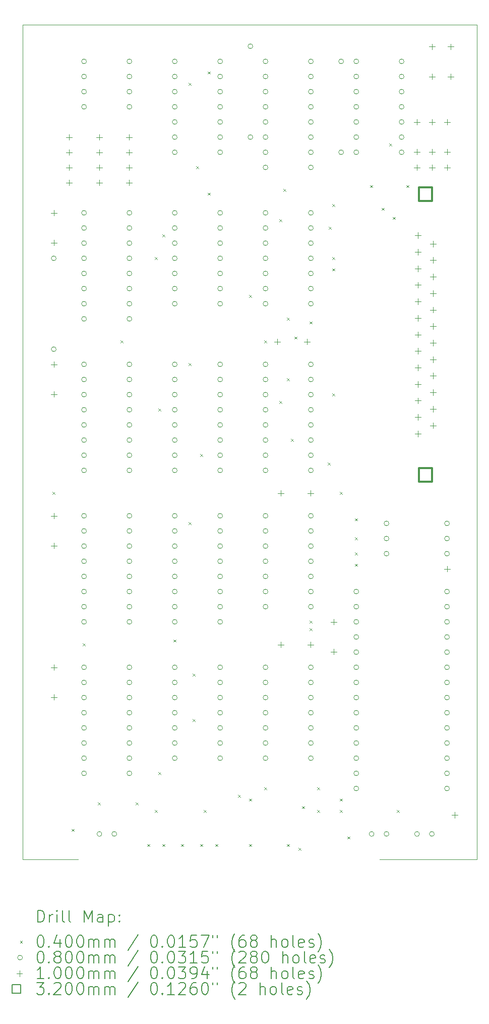
<source format=gbr>
%FSLAX45Y45*%
G04 Gerber Fmt 4.5, Leading zero omitted, Abs format (unit mm)*
G04 Created by KiCad (PCBNEW (6.0.0)) date 2022-03-13 20:59:27*
%MOMM*%
%LPD*%
G01*
G04 APERTURE LIST*
%TA.AperFunction,Profile*%
%ADD10C,0.100000*%
%TD*%
%ADD11C,0.200000*%
%ADD12C,0.040000*%
%ADD13C,0.080000*%
%ADD14C,0.100000*%
%ADD15C,0.320000*%
G04 APERTURE END LIST*
D10*
X8663000Y-16743500D02*
X7733000Y-16743500D01*
X7733000Y-2752500D02*
X15363000Y-2752500D01*
X15363000Y-16743500D02*
X13728000Y-16743500D01*
X15363000Y-16743500D02*
X15363000Y-2752500D01*
X7733000Y-16743500D02*
X7733000Y-2752500D01*
D11*
D12*
X8235000Y-10584500D02*
X8275000Y-10624500D01*
X8275000Y-10584500D02*
X8235000Y-10624500D01*
X8552500Y-16236000D02*
X8592500Y-16276000D01*
X8592500Y-16236000D02*
X8552500Y-16276000D01*
X8743000Y-13124500D02*
X8783000Y-13164500D01*
X8783000Y-13124500D02*
X8743000Y-13164500D01*
X8997000Y-15791500D02*
X9037000Y-15831500D01*
X9037000Y-15791500D02*
X8997000Y-15831500D01*
X9378000Y-8044500D02*
X9418000Y-8084500D01*
X9418000Y-8044500D02*
X9378000Y-8084500D01*
X9632000Y-15791500D02*
X9672000Y-15831500D01*
X9672000Y-15791500D02*
X9632000Y-15831500D01*
X9822500Y-16490000D02*
X9862500Y-16530000D01*
X9862500Y-16490000D02*
X9822500Y-16530000D01*
X9949500Y-6647500D02*
X9989500Y-6687500D01*
X9989500Y-6647500D02*
X9949500Y-6687500D01*
X9949500Y-15918500D02*
X9989500Y-15958500D01*
X9989500Y-15918500D02*
X9949500Y-15958500D01*
X10013000Y-9187500D02*
X10053000Y-9227500D01*
X10053000Y-9187500D02*
X10013000Y-9227500D01*
X10013000Y-15283500D02*
X10053000Y-15323500D01*
X10053000Y-15283500D02*
X10013000Y-15323500D01*
X10076500Y-6266500D02*
X10116500Y-6306500D01*
X10116500Y-6266500D02*
X10076500Y-6306500D01*
X10076500Y-16490000D02*
X10116500Y-16530000D01*
X10116500Y-16490000D02*
X10076500Y-16530000D01*
X10267000Y-13061000D02*
X10307000Y-13101000D01*
X10307000Y-13061000D02*
X10267000Y-13101000D01*
X10394000Y-16490000D02*
X10434000Y-16530000D01*
X10434000Y-16490000D02*
X10394000Y-16530000D01*
X10521000Y-3726500D02*
X10561000Y-3766500D01*
X10561000Y-3726500D02*
X10521000Y-3766500D01*
X10521000Y-8425500D02*
X10561000Y-8465500D01*
X10561000Y-8425500D02*
X10521000Y-8465500D01*
X10521000Y-11092500D02*
X10561000Y-11132500D01*
X10561000Y-11092500D02*
X10521000Y-11132500D01*
X10584500Y-13632500D02*
X10624500Y-13672500D01*
X10624500Y-13632500D02*
X10584500Y-13672500D01*
X10584500Y-14394500D02*
X10624500Y-14434500D01*
X10624500Y-14394500D02*
X10584500Y-14434500D01*
X10648000Y-5123500D02*
X10688000Y-5163500D01*
X10688000Y-5123500D02*
X10648000Y-5163500D01*
X10711500Y-9949500D02*
X10751500Y-9989500D01*
X10751500Y-9949500D02*
X10711500Y-9989500D01*
X10711500Y-16490000D02*
X10751500Y-16530000D01*
X10751500Y-16490000D02*
X10711500Y-16530000D01*
X10775000Y-15918500D02*
X10815000Y-15958500D01*
X10815000Y-15918500D02*
X10775000Y-15958500D01*
X10838500Y-3536000D02*
X10878500Y-3576000D01*
X10878500Y-3536000D02*
X10838500Y-3576000D01*
X10838500Y-5568000D02*
X10878500Y-5608000D01*
X10878500Y-5568000D02*
X10838500Y-5608000D01*
X10965500Y-16490000D02*
X11005500Y-16530000D01*
X11005500Y-16490000D02*
X10965500Y-16530000D01*
X11346500Y-15664500D02*
X11386500Y-15704500D01*
X11386500Y-15664500D02*
X11346500Y-15704500D01*
X11537000Y-7282500D02*
X11577000Y-7322500D01*
X11577000Y-7282500D02*
X11537000Y-7322500D01*
X11537000Y-15728000D02*
X11577000Y-15768000D01*
X11577000Y-15728000D02*
X11537000Y-15768000D01*
X11537000Y-16490000D02*
X11577000Y-16530000D01*
X11577000Y-16490000D02*
X11537000Y-16530000D01*
X11791000Y-8044500D02*
X11831000Y-8084500D01*
X11831000Y-8044500D02*
X11791000Y-8084500D01*
X11791000Y-15537500D02*
X11831000Y-15577500D01*
X11831000Y-15537500D02*
X11791000Y-15577500D01*
X12045000Y-6012500D02*
X12085000Y-6052500D01*
X12085000Y-6012500D02*
X12045000Y-6052500D01*
X12045000Y-9060500D02*
X12085000Y-9100500D01*
X12085000Y-9060500D02*
X12045000Y-9100500D01*
X12108500Y-5504500D02*
X12148500Y-5544500D01*
X12148500Y-5504500D02*
X12108500Y-5544500D01*
X12172000Y-7663500D02*
X12212000Y-7703500D01*
X12212000Y-7663500D02*
X12172000Y-7703500D01*
X12172000Y-8679500D02*
X12212000Y-8719500D01*
X12212000Y-8679500D02*
X12172000Y-8719500D01*
X12172000Y-16490000D02*
X12212000Y-16530000D01*
X12212000Y-16490000D02*
X12172000Y-16530000D01*
X12235500Y-9695500D02*
X12275500Y-9735500D01*
X12275500Y-9695500D02*
X12235500Y-9735500D01*
X12299000Y-7981000D02*
X12339000Y-8021000D01*
X12339000Y-7981000D02*
X12299000Y-8021000D01*
X12362500Y-16553500D02*
X12402500Y-16593500D01*
X12402500Y-16553500D02*
X12362500Y-16593500D01*
X12426000Y-15855000D02*
X12466000Y-15895000D01*
X12466000Y-15855000D02*
X12426000Y-15895000D01*
X12553000Y-7727000D02*
X12593000Y-7767000D01*
X12593000Y-7727000D02*
X12553000Y-7767000D01*
X12553000Y-12743500D02*
X12593000Y-12783500D01*
X12593000Y-12743500D02*
X12553000Y-12783500D01*
X12553000Y-12870500D02*
X12593000Y-12910500D01*
X12593000Y-12870500D02*
X12553000Y-12910500D01*
X12680000Y-15537500D02*
X12720000Y-15577500D01*
X12720000Y-15537500D02*
X12680000Y-15577500D01*
X12680000Y-15918500D02*
X12720000Y-15958500D01*
X12720000Y-15918500D02*
X12680000Y-15958500D01*
X12855951Y-10091049D02*
X12895951Y-10131049D01*
X12895951Y-10091049D02*
X12855951Y-10131049D01*
X12870500Y-6139500D02*
X12910500Y-6179500D01*
X12910500Y-6139500D02*
X12870500Y-6179500D01*
X12934000Y-5758500D02*
X12974000Y-5798500D01*
X12974000Y-5758500D02*
X12934000Y-5798500D01*
X12934000Y-6647500D02*
X12974000Y-6687500D01*
X12974000Y-6647500D02*
X12934000Y-6687500D01*
X12934000Y-6838000D02*
X12974000Y-6878000D01*
X12974000Y-6838000D02*
X12934000Y-6878000D01*
X12934000Y-8933500D02*
X12974000Y-8973500D01*
X12974000Y-8933500D02*
X12934000Y-8973500D01*
X13061000Y-10584500D02*
X13101000Y-10624500D01*
X13101000Y-10584500D02*
X13061000Y-10624500D01*
X13061000Y-15728000D02*
X13101000Y-15768000D01*
X13101000Y-15728000D02*
X13061000Y-15768000D01*
X13061000Y-15918500D02*
X13101000Y-15958500D01*
X13101000Y-15918500D02*
X13061000Y-15958500D01*
X13188000Y-16363000D02*
X13228000Y-16403000D01*
X13228000Y-16363000D02*
X13188000Y-16403000D01*
X13315000Y-11029000D02*
X13355000Y-11069000D01*
X13355000Y-11029000D02*
X13315000Y-11069000D01*
X13315000Y-11346500D02*
X13355000Y-11386500D01*
X13355000Y-11346500D02*
X13315000Y-11386500D01*
X13315000Y-11600500D02*
X13355000Y-11640500D01*
X13355000Y-11600500D02*
X13315000Y-11640500D01*
X13315000Y-11791000D02*
X13355000Y-11831000D01*
X13355000Y-11791000D02*
X13315000Y-11831000D01*
X13569000Y-5441000D02*
X13609000Y-5481000D01*
X13609000Y-5441000D02*
X13569000Y-5481000D01*
X13759500Y-5822000D02*
X13799500Y-5862000D01*
X13799500Y-5822000D02*
X13759500Y-5862000D01*
X13886500Y-4742500D02*
X13926500Y-4782500D01*
X13926500Y-4742500D02*
X13886500Y-4782500D01*
X13950000Y-5974400D02*
X13990000Y-6014400D01*
X13990000Y-5974400D02*
X13950000Y-6014400D01*
X14013500Y-15918500D02*
X14053500Y-15958500D01*
X14053500Y-15918500D02*
X14013500Y-15958500D01*
X14178600Y-5441000D02*
X14218600Y-5481000D01*
X14218600Y-5441000D02*
X14178600Y-5481000D01*
D13*
X8295000Y-6667500D02*
G75*
G03*
X8295000Y-6667500I-40000J0D01*
G01*
X8295000Y-8191500D02*
G75*
G03*
X8295000Y-8191500I-40000J0D01*
G01*
X8803000Y-3365500D02*
G75*
G03*
X8803000Y-3365500I-40000J0D01*
G01*
X8803000Y-3619500D02*
G75*
G03*
X8803000Y-3619500I-40000J0D01*
G01*
X8803000Y-3873500D02*
G75*
G03*
X8803000Y-3873500I-40000J0D01*
G01*
X8803000Y-4127500D02*
G75*
G03*
X8803000Y-4127500I-40000J0D01*
G01*
X8803000Y-5905500D02*
G75*
G03*
X8803000Y-5905500I-40000J0D01*
G01*
X8803000Y-6159500D02*
G75*
G03*
X8803000Y-6159500I-40000J0D01*
G01*
X8803000Y-6413500D02*
G75*
G03*
X8803000Y-6413500I-40000J0D01*
G01*
X8803000Y-6667500D02*
G75*
G03*
X8803000Y-6667500I-40000J0D01*
G01*
X8803000Y-6921500D02*
G75*
G03*
X8803000Y-6921500I-40000J0D01*
G01*
X8803000Y-7175500D02*
G75*
G03*
X8803000Y-7175500I-40000J0D01*
G01*
X8803000Y-7429500D02*
G75*
G03*
X8803000Y-7429500I-40000J0D01*
G01*
X8803000Y-7683500D02*
G75*
G03*
X8803000Y-7683500I-40000J0D01*
G01*
X8803000Y-8445500D02*
G75*
G03*
X8803000Y-8445500I-40000J0D01*
G01*
X8803000Y-8699500D02*
G75*
G03*
X8803000Y-8699500I-40000J0D01*
G01*
X8803000Y-8953500D02*
G75*
G03*
X8803000Y-8953500I-40000J0D01*
G01*
X8803000Y-9207500D02*
G75*
G03*
X8803000Y-9207500I-40000J0D01*
G01*
X8803000Y-9461500D02*
G75*
G03*
X8803000Y-9461500I-40000J0D01*
G01*
X8803000Y-9715500D02*
G75*
G03*
X8803000Y-9715500I-40000J0D01*
G01*
X8803000Y-9969500D02*
G75*
G03*
X8803000Y-9969500I-40000J0D01*
G01*
X8803000Y-10223500D02*
G75*
G03*
X8803000Y-10223500I-40000J0D01*
G01*
X8803000Y-10985500D02*
G75*
G03*
X8803000Y-10985500I-40000J0D01*
G01*
X8803000Y-11239500D02*
G75*
G03*
X8803000Y-11239500I-40000J0D01*
G01*
X8803000Y-11493500D02*
G75*
G03*
X8803000Y-11493500I-40000J0D01*
G01*
X8803000Y-11747500D02*
G75*
G03*
X8803000Y-11747500I-40000J0D01*
G01*
X8803000Y-12001500D02*
G75*
G03*
X8803000Y-12001500I-40000J0D01*
G01*
X8803000Y-12255500D02*
G75*
G03*
X8803000Y-12255500I-40000J0D01*
G01*
X8803000Y-12509500D02*
G75*
G03*
X8803000Y-12509500I-40000J0D01*
G01*
X8803000Y-12763500D02*
G75*
G03*
X8803000Y-12763500I-40000J0D01*
G01*
X8803000Y-13525500D02*
G75*
G03*
X8803000Y-13525500I-40000J0D01*
G01*
X8803000Y-13779500D02*
G75*
G03*
X8803000Y-13779500I-40000J0D01*
G01*
X8803000Y-14033500D02*
G75*
G03*
X8803000Y-14033500I-40000J0D01*
G01*
X8803000Y-14287500D02*
G75*
G03*
X8803000Y-14287500I-40000J0D01*
G01*
X8803000Y-14541500D02*
G75*
G03*
X8803000Y-14541500I-40000J0D01*
G01*
X8803000Y-14795500D02*
G75*
G03*
X8803000Y-14795500I-40000J0D01*
G01*
X8803000Y-15049500D02*
G75*
G03*
X8803000Y-15049500I-40000J0D01*
G01*
X8803000Y-15303500D02*
G75*
G03*
X8803000Y-15303500I-40000J0D01*
G01*
X9061000Y-16319500D02*
G75*
G03*
X9061000Y-16319500I-40000J0D01*
G01*
X9311000Y-16319500D02*
G75*
G03*
X9311000Y-16319500I-40000J0D01*
G01*
X9565000Y-3365500D02*
G75*
G03*
X9565000Y-3365500I-40000J0D01*
G01*
X9565000Y-3619500D02*
G75*
G03*
X9565000Y-3619500I-40000J0D01*
G01*
X9565000Y-3873500D02*
G75*
G03*
X9565000Y-3873500I-40000J0D01*
G01*
X9565000Y-4127500D02*
G75*
G03*
X9565000Y-4127500I-40000J0D01*
G01*
X9565000Y-5905500D02*
G75*
G03*
X9565000Y-5905500I-40000J0D01*
G01*
X9565000Y-6159500D02*
G75*
G03*
X9565000Y-6159500I-40000J0D01*
G01*
X9565000Y-6413500D02*
G75*
G03*
X9565000Y-6413500I-40000J0D01*
G01*
X9565000Y-6667500D02*
G75*
G03*
X9565000Y-6667500I-40000J0D01*
G01*
X9565000Y-6921500D02*
G75*
G03*
X9565000Y-6921500I-40000J0D01*
G01*
X9565000Y-7175500D02*
G75*
G03*
X9565000Y-7175500I-40000J0D01*
G01*
X9565000Y-7429500D02*
G75*
G03*
X9565000Y-7429500I-40000J0D01*
G01*
X9565000Y-7683500D02*
G75*
G03*
X9565000Y-7683500I-40000J0D01*
G01*
X9565000Y-8445500D02*
G75*
G03*
X9565000Y-8445500I-40000J0D01*
G01*
X9565000Y-8699500D02*
G75*
G03*
X9565000Y-8699500I-40000J0D01*
G01*
X9565000Y-8953500D02*
G75*
G03*
X9565000Y-8953500I-40000J0D01*
G01*
X9565000Y-9207500D02*
G75*
G03*
X9565000Y-9207500I-40000J0D01*
G01*
X9565000Y-9461500D02*
G75*
G03*
X9565000Y-9461500I-40000J0D01*
G01*
X9565000Y-9715500D02*
G75*
G03*
X9565000Y-9715500I-40000J0D01*
G01*
X9565000Y-9969500D02*
G75*
G03*
X9565000Y-9969500I-40000J0D01*
G01*
X9565000Y-10223500D02*
G75*
G03*
X9565000Y-10223500I-40000J0D01*
G01*
X9565000Y-10985500D02*
G75*
G03*
X9565000Y-10985500I-40000J0D01*
G01*
X9565000Y-11239500D02*
G75*
G03*
X9565000Y-11239500I-40000J0D01*
G01*
X9565000Y-11493500D02*
G75*
G03*
X9565000Y-11493500I-40000J0D01*
G01*
X9565000Y-11747500D02*
G75*
G03*
X9565000Y-11747500I-40000J0D01*
G01*
X9565000Y-12001500D02*
G75*
G03*
X9565000Y-12001500I-40000J0D01*
G01*
X9565000Y-12255500D02*
G75*
G03*
X9565000Y-12255500I-40000J0D01*
G01*
X9565000Y-12509500D02*
G75*
G03*
X9565000Y-12509500I-40000J0D01*
G01*
X9565000Y-12763500D02*
G75*
G03*
X9565000Y-12763500I-40000J0D01*
G01*
X9565000Y-13525500D02*
G75*
G03*
X9565000Y-13525500I-40000J0D01*
G01*
X9565000Y-13779500D02*
G75*
G03*
X9565000Y-13779500I-40000J0D01*
G01*
X9565000Y-14033500D02*
G75*
G03*
X9565000Y-14033500I-40000J0D01*
G01*
X9565000Y-14287500D02*
G75*
G03*
X9565000Y-14287500I-40000J0D01*
G01*
X9565000Y-14541500D02*
G75*
G03*
X9565000Y-14541500I-40000J0D01*
G01*
X9565000Y-14795500D02*
G75*
G03*
X9565000Y-14795500I-40000J0D01*
G01*
X9565000Y-15049500D02*
G75*
G03*
X9565000Y-15049500I-40000J0D01*
G01*
X9565000Y-15303500D02*
G75*
G03*
X9565000Y-15303500I-40000J0D01*
G01*
X10327000Y-3365500D02*
G75*
G03*
X10327000Y-3365500I-40000J0D01*
G01*
X10327000Y-3619500D02*
G75*
G03*
X10327000Y-3619500I-40000J0D01*
G01*
X10327000Y-3873500D02*
G75*
G03*
X10327000Y-3873500I-40000J0D01*
G01*
X10327000Y-4127500D02*
G75*
G03*
X10327000Y-4127500I-40000J0D01*
G01*
X10327000Y-4381500D02*
G75*
G03*
X10327000Y-4381500I-40000J0D01*
G01*
X10327000Y-4635500D02*
G75*
G03*
X10327000Y-4635500I-40000J0D01*
G01*
X10327000Y-4889500D02*
G75*
G03*
X10327000Y-4889500I-40000J0D01*
G01*
X10327000Y-5905500D02*
G75*
G03*
X10327000Y-5905500I-40000J0D01*
G01*
X10327000Y-6159500D02*
G75*
G03*
X10327000Y-6159500I-40000J0D01*
G01*
X10327000Y-6413500D02*
G75*
G03*
X10327000Y-6413500I-40000J0D01*
G01*
X10327000Y-6667500D02*
G75*
G03*
X10327000Y-6667500I-40000J0D01*
G01*
X10327000Y-6921500D02*
G75*
G03*
X10327000Y-6921500I-40000J0D01*
G01*
X10327000Y-7175500D02*
G75*
G03*
X10327000Y-7175500I-40000J0D01*
G01*
X10327000Y-7429500D02*
G75*
G03*
X10327000Y-7429500I-40000J0D01*
G01*
X10327000Y-8445500D02*
G75*
G03*
X10327000Y-8445500I-40000J0D01*
G01*
X10327000Y-8699500D02*
G75*
G03*
X10327000Y-8699500I-40000J0D01*
G01*
X10327000Y-8953500D02*
G75*
G03*
X10327000Y-8953500I-40000J0D01*
G01*
X10327000Y-9207500D02*
G75*
G03*
X10327000Y-9207500I-40000J0D01*
G01*
X10327000Y-9461500D02*
G75*
G03*
X10327000Y-9461500I-40000J0D01*
G01*
X10327000Y-9715500D02*
G75*
G03*
X10327000Y-9715500I-40000J0D01*
G01*
X10327000Y-9969500D02*
G75*
G03*
X10327000Y-9969500I-40000J0D01*
G01*
X10327000Y-10223500D02*
G75*
G03*
X10327000Y-10223500I-40000J0D01*
G01*
X10327000Y-10985500D02*
G75*
G03*
X10327000Y-10985500I-40000J0D01*
G01*
X10327000Y-11239500D02*
G75*
G03*
X10327000Y-11239500I-40000J0D01*
G01*
X10327000Y-11493500D02*
G75*
G03*
X10327000Y-11493500I-40000J0D01*
G01*
X10327000Y-11747500D02*
G75*
G03*
X10327000Y-11747500I-40000J0D01*
G01*
X10327000Y-12001500D02*
G75*
G03*
X10327000Y-12001500I-40000J0D01*
G01*
X10327000Y-12255500D02*
G75*
G03*
X10327000Y-12255500I-40000J0D01*
G01*
X10327000Y-12509500D02*
G75*
G03*
X10327000Y-12509500I-40000J0D01*
G01*
X10327000Y-12763500D02*
G75*
G03*
X10327000Y-12763500I-40000J0D01*
G01*
X10327000Y-13525500D02*
G75*
G03*
X10327000Y-13525500I-40000J0D01*
G01*
X10327000Y-13779500D02*
G75*
G03*
X10327000Y-13779500I-40000J0D01*
G01*
X10327000Y-14033500D02*
G75*
G03*
X10327000Y-14033500I-40000J0D01*
G01*
X10327000Y-14287500D02*
G75*
G03*
X10327000Y-14287500I-40000J0D01*
G01*
X10327000Y-14541500D02*
G75*
G03*
X10327000Y-14541500I-40000J0D01*
G01*
X10327000Y-14795500D02*
G75*
G03*
X10327000Y-14795500I-40000J0D01*
G01*
X10327000Y-15049500D02*
G75*
G03*
X10327000Y-15049500I-40000J0D01*
G01*
X11089000Y-3365500D02*
G75*
G03*
X11089000Y-3365500I-40000J0D01*
G01*
X11089000Y-3619500D02*
G75*
G03*
X11089000Y-3619500I-40000J0D01*
G01*
X11089000Y-3873500D02*
G75*
G03*
X11089000Y-3873500I-40000J0D01*
G01*
X11089000Y-4127500D02*
G75*
G03*
X11089000Y-4127500I-40000J0D01*
G01*
X11089000Y-4381500D02*
G75*
G03*
X11089000Y-4381500I-40000J0D01*
G01*
X11089000Y-4635500D02*
G75*
G03*
X11089000Y-4635500I-40000J0D01*
G01*
X11089000Y-4889500D02*
G75*
G03*
X11089000Y-4889500I-40000J0D01*
G01*
X11089000Y-5905500D02*
G75*
G03*
X11089000Y-5905500I-40000J0D01*
G01*
X11089000Y-6159500D02*
G75*
G03*
X11089000Y-6159500I-40000J0D01*
G01*
X11089000Y-6413500D02*
G75*
G03*
X11089000Y-6413500I-40000J0D01*
G01*
X11089000Y-6667500D02*
G75*
G03*
X11089000Y-6667500I-40000J0D01*
G01*
X11089000Y-6921500D02*
G75*
G03*
X11089000Y-6921500I-40000J0D01*
G01*
X11089000Y-7175500D02*
G75*
G03*
X11089000Y-7175500I-40000J0D01*
G01*
X11089000Y-7429500D02*
G75*
G03*
X11089000Y-7429500I-40000J0D01*
G01*
X11089000Y-8445500D02*
G75*
G03*
X11089000Y-8445500I-40000J0D01*
G01*
X11089000Y-8699500D02*
G75*
G03*
X11089000Y-8699500I-40000J0D01*
G01*
X11089000Y-8953500D02*
G75*
G03*
X11089000Y-8953500I-40000J0D01*
G01*
X11089000Y-9207500D02*
G75*
G03*
X11089000Y-9207500I-40000J0D01*
G01*
X11089000Y-9461500D02*
G75*
G03*
X11089000Y-9461500I-40000J0D01*
G01*
X11089000Y-9715500D02*
G75*
G03*
X11089000Y-9715500I-40000J0D01*
G01*
X11089000Y-9969500D02*
G75*
G03*
X11089000Y-9969500I-40000J0D01*
G01*
X11089000Y-10223500D02*
G75*
G03*
X11089000Y-10223500I-40000J0D01*
G01*
X11089000Y-10985500D02*
G75*
G03*
X11089000Y-10985500I-40000J0D01*
G01*
X11089000Y-11239500D02*
G75*
G03*
X11089000Y-11239500I-40000J0D01*
G01*
X11089000Y-11493500D02*
G75*
G03*
X11089000Y-11493500I-40000J0D01*
G01*
X11089000Y-11747500D02*
G75*
G03*
X11089000Y-11747500I-40000J0D01*
G01*
X11089000Y-12001500D02*
G75*
G03*
X11089000Y-12001500I-40000J0D01*
G01*
X11089000Y-12255500D02*
G75*
G03*
X11089000Y-12255500I-40000J0D01*
G01*
X11089000Y-12509500D02*
G75*
G03*
X11089000Y-12509500I-40000J0D01*
G01*
X11089000Y-12763500D02*
G75*
G03*
X11089000Y-12763500I-40000J0D01*
G01*
X11089000Y-13525500D02*
G75*
G03*
X11089000Y-13525500I-40000J0D01*
G01*
X11089000Y-13779500D02*
G75*
G03*
X11089000Y-13779500I-40000J0D01*
G01*
X11089000Y-14033500D02*
G75*
G03*
X11089000Y-14033500I-40000J0D01*
G01*
X11089000Y-14287500D02*
G75*
G03*
X11089000Y-14287500I-40000J0D01*
G01*
X11089000Y-14541500D02*
G75*
G03*
X11089000Y-14541500I-40000J0D01*
G01*
X11089000Y-14795500D02*
G75*
G03*
X11089000Y-14795500I-40000J0D01*
G01*
X11089000Y-15049500D02*
G75*
G03*
X11089000Y-15049500I-40000J0D01*
G01*
X11597000Y-3111500D02*
G75*
G03*
X11597000Y-3111500I-40000J0D01*
G01*
X11597000Y-4635500D02*
G75*
G03*
X11597000Y-4635500I-40000J0D01*
G01*
X11851000Y-3365500D02*
G75*
G03*
X11851000Y-3365500I-40000J0D01*
G01*
X11851000Y-3619500D02*
G75*
G03*
X11851000Y-3619500I-40000J0D01*
G01*
X11851000Y-3873500D02*
G75*
G03*
X11851000Y-3873500I-40000J0D01*
G01*
X11851000Y-4127500D02*
G75*
G03*
X11851000Y-4127500I-40000J0D01*
G01*
X11851000Y-4381500D02*
G75*
G03*
X11851000Y-4381500I-40000J0D01*
G01*
X11851000Y-4635500D02*
G75*
G03*
X11851000Y-4635500I-40000J0D01*
G01*
X11851000Y-4889500D02*
G75*
G03*
X11851000Y-4889500I-40000J0D01*
G01*
X11851000Y-5143500D02*
G75*
G03*
X11851000Y-5143500I-40000J0D01*
G01*
X11851000Y-5905500D02*
G75*
G03*
X11851000Y-5905500I-40000J0D01*
G01*
X11851000Y-6159500D02*
G75*
G03*
X11851000Y-6159500I-40000J0D01*
G01*
X11851000Y-6413500D02*
G75*
G03*
X11851000Y-6413500I-40000J0D01*
G01*
X11851000Y-6667500D02*
G75*
G03*
X11851000Y-6667500I-40000J0D01*
G01*
X11851000Y-6921500D02*
G75*
G03*
X11851000Y-6921500I-40000J0D01*
G01*
X11851000Y-7175500D02*
G75*
G03*
X11851000Y-7175500I-40000J0D01*
G01*
X11851000Y-7429500D02*
G75*
G03*
X11851000Y-7429500I-40000J0D01*
G01*
X11851000Y-8445500D02*
G75*
G03*
X11851000Y-8445500I-40000J0D01*
G01*
X11851000Y-8699500D02*
G75*
G03*
X11851000Y-8699500I-40000J0D01*
G01*
X11851000Y-8953500D02*
G75*
G03*
X11851000Y-8953500I-40000J0D01*
G01*
X11851000Y-9207500D02*
G75*
G03*
X11851000Y-9207500I-40000J0D01*
G01*
X11851000Y-9461500D02*
G75*
G03*
X11851000Y-9461500I-40000J0D01*
G01*
X11851000Y-9715500D02*
G75*
G03*
X11851000Y-9715500I-40000J0D01*
G01*
X11851000Y-9969500D02*
G75*
G03*
X11851000Y-9969500I-40000J0D01*
G01*
X11851000Y-10223500D02*
G75*
G03*
X11851000Y-10223500I-40000J0D01*
G01*
X11851000Y-10985500D02*
G75*
G03*
X11851000Y-10985500I-40000J0D01*
G01*
X11851000Y-11239500D02*
G75*
G03*
X11851000Y-11239500I-40000J0D01*
G01*
X11851000Y-11493500D02*
G75*
G03*
X11851000Y-11493500I-40000J0D01*
G01*
X11851000Y-11747500D02*
G75*
G03*
X11851000Y-11747500I-40000J0D01*
G01*
X11851000Y-12001500D02*
G75*
G03*
X11851000Y-12001500I-40000J0D01*
G01*
X11851000Y-12255500D02*
G75*
G03*
X11851000Y-12255500I-40000J0D01*
G01*
X11851000Y-12509500D02*
G75*
G03*
X11851000Y-12509500I-40000J0D01*
G01*
X11851000Y-13525500D02*
G75*
G03*
X11851000Y-13525500I-40000J0D01*
G01*
X11851000Y-13779500D02*
G75*
G03*
X11851000Y-13779500I-40000J0D01*
G01*
X11851000Y-14033500D02*
G75*
G03*
X11851000Y-14033500I-40000J0D01*
G01*
X11851000Y-14287500D02*
G75*
G03*
X11851000Y-14287500I-40000J0D01*
G01*
X11851000Y-14541500D02*
G75*
G03*
X11851000Y-14541500I-40000J0D01*
G01*
X11851000Y-14795500D02*
G75*
G03*
X11851000Y-14795500I-40000J0D01*
G01*
X11851000Y-15049500D02*
G75*
G03*
X11851000Y-15049500I-40000J0D01*
G01*
X12613000Y-3365500D02*
G75*
G03*
X12613000Y-3365500I-40000J0D01*
G01*
X12613000Y-3619500D02*
G75*
G03*
X12613000Y-3619500I-40000J0D01*
G01*
X12613000Y-3873500D02*
G75*
G03*
X12613000Y-3873500I-40000J0D01*
G01*
X12613000Y-4127500D02*
G75*
G03*
X12613000Y-4127500I-40000J0D01*
G01*
X12613000Y-4381500D02*
G75*
G03*
X12613000Y-4381500I-40000J0D01*
G01*
X12613000Y-4635500D02*
G75*
G03*
X12613000Y-4635500I-40000J0D01*
G01*
X12613000Y-4889500D02*
G75*
G03*
X12613000Y-4889500I-40000J0D01*
G01*
X12613000Y-5143500D02*
G75*
G03*
X12613000Y-5143500I-40000J0D01*
G01*
X12613000Y-5905500D02*
G75*
G03*
X12613000Y-5905500I-40000J0D01*
G01*
X12613000Y-6159500D02*
G75*
G03*
X12613000Y-6159500I-40000J0D01*
G01*
X12613000Y-6413500D02*
G75*
G03*
X12613000Y-6413500I-40000J0D01*
G01*
X12613000Y-6667500D02*
G75*
G03*
X12613000Y-6667500I-40000J0D01*
G01*
X12613000Y-6921500D02*
G75*
G03*
X12613000Y-6921500I-40000J0D01*
G01*
X12613000Y-7175500D02*
G75*
G03*
X12613000Y-7175500I-40000J0D01*
G01*
X12613000Y-7429500D02*
G75*
G03*
X12613000Y-7429500I-40000J0D01*
G01*
X12613000Y-8445500D02*
G75*
G03*
X12613000Y-8445500I-40000J0D01*
G01*
X12613000Y-8699500D02*
G75*
G03*
X12613000Y-8699500I-40000J0D01*
G01*
X12613000Y-8953500D02*
G75*
G03*
X12613000Y-8953500I-40000J0D01*
G01*
X12613000Y-9207500D02*
G75*
G03*
X12613000Y-9207500I-40000J0D01*
G01*
X12613000Y-9461500D02*
G75*
G03*
X12613000Y-9461500I-40000J0D01*
G01*
X12613000Y-9715500D02*
G75*
G03*
X12613000Y-9715500I-40000J0D01*
G01*
X12613000Y-9969500D02*
G75*
G03*
X12613000Y-9969500I-40000J0D01*
G01*
X12613000Y-10223500D02*
G75*
G03*
X12613000Y-10223500I-40000J0D01*
G01*
X12613000Y-10985500D02*
G75*
G03*
X12613000Y-10985500I-40000J0D01*
G01*
X12613000Y-11239500D02*
G75*
G03*
X12613000Y-11239500I-40000J0D01*
G01*
X12613000Y-11493500D02*
G75*
G03*
X12613000Y-11493500I-40000J0D01*
G01*
X12613000Y-11747500D02*
G75*
G03*
X12613000Y-11747500I-40000J0D01*
G01*
X12613000Y-12001500D02*
G75*
G03*
X12613000Y-12001500I-40000J0D01*
G01*
X12613000Y-12255500D02*
G75*
G03*
X12613000Y-12255500I-40000J0D01*
G01*
X12613000Y-12509500D02*
G75*
G03*
X12613000Y-12509500I-40000J0D01*
G01*
X12613000Y-13525500D02*
G75*
G03*
X12613000Y-13525500I-40000J0D01*
G01*
X12613000Y-13779500D02*
G75*
G03*
X12613000Y-13779500I-40000J0D01*
G01*
X12613000Y-14033500D02*
G75*
G03*
X12613000Y-14033500I-40000J0D01*
G01*
X12613000Y-14287500D02*
G75*
G03*
X12613000Y-14287500I-40000J0D01*
G01*
X12613000Y-14541500D02*
G75*
G03*
X12613000Y-14541500I-40000J0D01*
G01*
X12613000Y-14795500D02*
G75*
G03*
X12613000Y-14795500I-40000J0D01*
G01*
X12613000Y-15049500D02*
G75*
G03*
X12613000Y-15049500I-40000J0D01*
G01*
X13121000Y-3365500D02*
G75*
G03*
X13121000Y-3365500I-40000J0D01*
G01*
X13121000Y-4889500D02*
G75*
G03*
X13121000Y-4889500I-40000J0D01*
G01*
X13375000Y-3365500D02*
G75*
G03*
X13375000Y-3365500I-40000J0D01*
G01*
X13375000Y-3619500D02*
G75*
G03*
X13375000Y-3619500I-40000J0D01*
G01*
X13375000Y-3873500D02*
G75*
G03*
X13375000Y-3873500I-40000J0D01*
G01*
X13375000Y-4127500D02*
G75*
G03*
X13375000Y-4127500I-40000J0D01*
G01*
X13375000Y-4381500D02*
G75*
G03*
X13375000Y-4381500I-40000J0D01*
G01*
X13375000Y-4635500D02*
G75*
G03*
X13375000Y-4635500I-40000J0D01*
G01*
X13375000Y-4889500D02*
G75*
G03*
X13375000Y-4889500I-40000J0D01*
G01*
X13375000Y-12255500D02*
G75*
G03*
X13375000Y-12255500I-40000J0D01*
G01*
X13375000Y-12509500D02*
G75*
G03*
X13375000Y-12509500I-40000J0D01*
G01*
X13375000Y-12763500D02*
G75*
G03*
X13375000Y-12763500I-40000J0D01*
G01*
X13375000Y-13017500D02*
G75*
G03*
X13375000Y-13017500I-40000J0D01*
G01*
X13375000Y-13271500D02*
G75*
G03*
X13375000Y-13271500I-40000J0D01*
G01*
X13375000Y-13525500D02*
G75*
G03*
X13375000Y-13525500I-40000J0D01*
G01*
X13375000Y-13779500D02*
G75*
G03*
X13375000Y-13779500I-40000J0D01*
G01*
X13375000Y-14033500D02*
G75*
G03*
X13375000Y-14033500I-40000J0D01*
G01*
X13375000Y-14287500D02*
G75*
G03*
X13375000Y-14287500I-40000J0D01*
G01*
X13375000Y-14541500D02*
G75*
G03*
X13375000Y-14541500I-40000J0D01*
G01*
X13375000Y-14795500D02*
G75*
G03*
X13375000Y-14795500I-40000J0D01*
G01*
X13375000Y-15049500D02*
G75*
G03*
X13375000Y-15049500I-40000J0D01*
G01*
X13375000Y-15303500D02*
G75*
G03*
X13375000Y-15303500I-40000J0D01*
G01*
X13375000Y-15557500D02*
G75*
G03*
X13375000Y-15557500I-40000J0D01*
G01*
X13633000Y-16319500D02*
G75*
G03*
X13633000Y-16319500I-40000J0D01*
G01*
X13883000Y-11112500D02*
G75*
G03*
X13883000Y-11112500I-40000J0D01*
G01*
X13883000Y-11366500D02*
G75*
G03*
X13883000Y-11366500I-40000J0D01*
G01*
X13883000Y-11620500D02*
G75*
G03*
X13883000Y-11620500I-40000J0D01*
G01*
X13883000Y-16319500D02*
G75*
G03*
X13883000Y-16319500I-40000J0D01*
G01*
X14137000Y-3365500D02*
G75*
G03*
X14137000Y-3365500I-40000J0D01*
G01*
X14137000Y-3619500D02*
G75*
G03*
X14137000Y-3619500I-40000J0D01*
G01*
X14137000Y-3873500D02*
G75*
G03*
X14137000Y-3873500I-40000J0D01*
G01*
X14137000Y-4127500D02*
G75*
G03*
X14137000Y-4127500I-40000J0D01*
G01*
X14137000Y-4381500D02*
G75*
G03*
X14137000Y-4381500I-40000J0D01*
G01*
X14137000Y-4635500D02*
G75*
G03*
X14137000Y-4635500I-40000J0D01*
G01*
X14137000Y-4889500D02*
G75*
G03*
X14137000Y-4889500I-40000J0D01*
G01*
X14395000Y-16319500D02*
G75*
G03*
X14395000Y-16319500I-40000J0D01*
G01*
X14645000Y-16319500D02*
G75*
G03*
X14645000Y-16319500I-40000J0D01*
G01*
X14899000Y-11112500D02*
G75*
G03*
X14899000Y-11112500I-40000J0D01*
G01*
X14899000Y-11366500D02*
G75*
G03*
X14899000Y-11366500I-40000J0D01*
G01*
X14899000Y-11620500D02*
G75*
G03*
X14899000Y-11620500I-40000J0D01*
G01*
X14899000Y-12255500D02*
G75*
G03*
X14899000Y-12255500I-40000J0D01*
G01*
X14899000Y-12509500D02*
G75*
G03*
X14899000Y-12509500I-40000J0D01*
G01*
X14899000Y-12763500D02*
G75*
G03*
X14899000Y-12763500I-40000J0D01*
G01*
X14899000Y-13017500D02*
G75*
G03*
X14899000Y-13017500I-40000J0D01*
G01*
X14899000Y-13271500D02*
G75*
G03*
X14899000Y-13271500I-40000J0D01*
G01*
X14899000Y-13525500D02*
G75*
G03*
X14899000Y-13525500I-40000J0D01*
G01*
X14899000Y-13779500D02*
G75*
G03*
X14899000Y-13779500I-40000J0D01*
G01*
X14899000Y-14033500D02*
G75*
G03*
X14899000Y-14033500I-40000J0D01*
G01*
X14899000Y-14287500D02*
G75*
G03*
X14899000Y-14287500I-40000J0D01*
G01*
X14899000Y-14541500D02*
G75*
G03*
X14899000Y-14541500I-40000J0D01*
G01*
X14899000Y-14795500D02*
G75*
G03*
X14899000Y-14795500I-40000J0D01*
G01*
X14899000Y-15049500D02*
G75*
G03*
X14899000Y-15049500I-40000J0D01*
G01*
X14899000Y-15303500D02*
G75*
G03*
X14899000Y-15303500I-40000J0D01*
G01*
X14899000Y-15557500D02*
G75*
G03*
X14899000Y-15557500I-40000J0D01*
G01*
D14*
X8255000Y-5855500D02*
X8255000Y-5955500D01*
X8205000Y-5905500D02*
X8305000Y-5905500D01*
X8255000Y-6355500D02*
X8255000Y-6455500D01*
X8205000Y-6405500D02*
X8305000Y-6405500D01*
X8255000Y-8395500D02*
X8255000Y-8495500D01*
X8205000Y-8445500D02*
X8305000Y-8445500D01*
X8255000Y-8895500D02*
X8255000Y-8995500D01*
X8205000Y-8945500D02*
X8305000Y-8945500D01*
X8255000Y-10935500D02*
X8255000Y-11035500D01*
X8205000Y-10985500D02*
X8305000Y-10985500D01*
X8255000Y-11435500D02*
X8255000Y-11535500D01*
X8205000Y-11485500D02*
X8305000Y-11485500D01*
X8255000Y-13475500D02*
X8255000Y-13575500D01*
X8205000Y-13525500D02*
X8305000Y-13525500D01*
X8255000Y-13975500D02*
X8255000Y-14075500D01*
X8205000Y-14025500D02*
X8305000Y-14025500D01*
X8509000Y-4585500D02*
X8509000Y-4685500D01*
X8459000Y-4635500D02*
X8559000Y-4635500D01*
X8509000Y-4839500D02*
X8509000Y-4939500D01*
X8459000Y-4889500D02*
X8559000Y-4889500D01*
X8509000Y-5093500D02*
X8509000Y-5193500D01*
X8459000Y-5143500D02*
X8559000Y-5143500D01*
X8509000Y-5347500D02*
X8509000Y-5447500D01*
X8459000Y-5397500D02*
X8559000Y-5397500D01*
X9017000Y-4585500D02*
X9017000Y-4685500D01*
X8967000Y-4635500D02*
X9067000Y-4635500D01*
X9017000Y-4839500D02*
X9017000Y-4939500D01*
X8967000Y-4889500D02*
X9067000Y-4889500D01*
X9017000Y-5093500D02*
X9017000Y-5193500D01*
X8967000Y-5143500D02*
X9067000Y-5143500D01*
X9017000Y-5347500D02*
X9017000Y-5447500D01*
X8967000Y-5397500D02*
X9067000Y-5397500D01*
X9517000Y-4585500D02*
X9517000Y-4685500D01*
X9467000Y-4635500D02*
X9567000Y-4635500D01*
X9517000Y-4839500D02*
X9517000Y-4939500D01*
X9467000Y-4889500D02*
X9567000Y-4889500D01*
X9517000Y-5093500D02*
X9517000Y-5193500D01*
X9467000Y-5143500D02*
X9567000Y-5143500D01*
X9517000Y-5347500D02*
X9517000Y-5447500D01*
X9467000Y-5397500D02*
X9567000Y-5397500D01*
X12009500Y-8014500D02*
X12009500Y-8114500D01*
X11959500Y-8064500D02*
X12059500Y-8064500D01*
X12065000Y-10554500D02*
X12065000Y-10654500D01*
X12015000Y-10604500D02*
X12115000Y-10604500D01*
X12069000Y-13094500D02*
X12069000Y-13194500D01*
X12019000Y-13144500D02*
X12119000Y-13144500D01*
X12509500Y-8014500D02*
X12509500Y-8114500D01*
X12459500Y-8064500D02*
X12559500Y-8064500D01*
X12565000Y-10554500D02*
X12565000Y-10654500D01*
X12515000Y-10604500D02*
X12615000Y-10604500D01*
X12569000Y-13094500D02*
X12569000Y-13194500D01*
X12519000Y-13144500D02*
X12619000Y-13144500D01*
X12954000Y-12713500D02*
X12954000Y-12813500D01*
X12904000Y-12763500D02*
X13004000Y-12763500D01*
X12954000Y-13213500D02*
X12954000Y-13313500D01*
X12904000Y-13263500D02*
X13004000Y-13263500D01*
X14351000Y-4331500D02*
X14351000Y-4431500D01*
X14301000Y-4381500D02*
X14401000Y-4381500D01*
X14351000Y-4831500D02*
X14351000Y-4931500D01*
X14301000Y-4881500D02*
X14401000Y-4881500D01*
X14351000Y-5093500D02*
X14351000Y-5193500D01*
X14301000Y-5143500D02*
X14401000Y-5143500D01*
X14370600Y-6234500D02*
X14370600Y-6334500D01*
X14320600Y-6284500D02*
X14420600Y-6284500D01*
X14370600Y-6511500D02*
X14370600Y-6611500D01*
X14320600Y-6561500D02*
X14420600Y-6561500D01*
X14370600Y-6788500D02*
X14370600Y-6888500D01*
X14320600Y-6838500D02*
X14420600Y-6838500D01*
X14370600Y-7065500D02*
X14370600Y-7165500D01*
X14320600Y-7115500D02*
X14420600Y-7115500D01*
X14370600Y-7342500D02*
X14370600Y-7442500D01*
X14320600Y-7392500D02*
X14420600Y-7392500D01*
X14370600Y-7619500D02*
X14370600Y-7719500D01*
X14320600Y-7669500D02*
X14420600Y-7669500D01*
X14370600Y-7896500D02*
X14370600Y-7996500D01*
X14320600Y-7946500D02*
X14420600Y-7946500D01*
X14370600Y-8173500D02*
X14370600Y-8273500D01*
X14320600Y-8223500D02*
X14420600Y-8223500D01*
X14370600Y-8450500D02*
X14370600Y-8550500D01*
X14320600Y-8500500D02*
X14420600Y-8500500D01*
X14370600Y-8727500D02*
X14370600Y-8827500D01*
X14320600Y-8777500D02*
X14420600Y-8777500D01*
X14370600Y-9004500D02*
X14370600Y-9104500D01*
X14320600Y-9054500D02*
X14420600Y-9054500D01*
X14370600Y-9281500D02*
X14370600Y-9381500D01*
X14320600Y-9331500D02*
X14420600Y-9331500D01*
X14370600Y-9558500D02*
X14370600Y-9658500D01*
X14320600Y-9608500D02*
X14420600Y-9608500D01*
X14605000Y-3069500D02*
X14605000Y-3169500D01*
X14555000Y-3119500D02*
X14655000Y-3119500D01*
X14605000Y-3569500D02*
X14605000Y-3669500D01*
X14555000Y-3619500D02*
X14655000Y-3619500D01*
X14605000Y-4331500D02*
X14605000Y-4431500D01*
X14555000Y-4381500D02*
X14655000Y-4381500D01*
X14605000Y-4831500D02*
X14605000Y-4931500D01*
X14555000Y-4881500D02*
X14655000Y-4881500D01*
X14605000Y-5093500D02*
X14605000Y-5193500D01*
X14555000Y-5143500D02*
X14655000Y-5143500D01*
X14624600Y-6373000D02*
X14624600Y-6473000D01*
X14574600Y-6423000D02*
X14674600Y-6423000D01*
X14624600Y-6650000D02*
X14624600Y-6750000D01*
X14574600Y-6700000D02*
X14674600Y-6700000D01*
X14624600Y-6927000D02*
X14624600Y-7027000D01*
X14574600Y-6977000D02*
X14674600Y-6977000D01*
X14624600Y-7204000D02*
X14624600Y-7304000D01*
X14574600Y-7254000D02*
X14674600Y-7254000D01*
X14624600Y-7481000D02*
X14624600Y-7581000D01*
X14574600Y-7531000D02*
X14674600Y-7531000D01*
X14624600Y-7758000D02*
X14624600Y-7858000D01*
X14574600Y-7808000D02*
X14674600Y-7808000D01*
X14624600Y-8035000D02*
X14624600Y-8135000D01*
X14574600Y-8085000D02*
X14674600Y-8085000D01*
X14624600Y-8312000D02*
X14624600Y-8412000D01*
X14574600Y-8362000D02*
X14674600Y-8362000D01*
X14624600Y-8589000D02*
X14624600Y-8689000D01*
X14574600Y-8639000D02*
X14674600Y-8639000D01*
X14624600Y-8866000D02*
X14624600Y-8966000D01*
X14574600Y-8916000D02*
X14674600Y-8916000D01*
X14624600Y-9143000D02*
X14624600Y-9243000D01*
X14574600Y-9193000D02*
X14674600Y-9193000D01*
X14624600Y-9420000D02*
X14624600Y-9520000D01*
X14574600Y-9470000D02*
X14674600Y-9470000D01*
X14859000Y-4331500D02*
X14859000Y-4431500D01*
X14809000Y-4381500D02*
X14909000Y-4381500D01*
X14859000Y-4831500D02*
X14859000Y-4931500D01*
X14809000Y-4881500D02*
X14909000Y-4881500D01*
X14859000Y-5093500D02*
X14859000Y-5193500D01*
X14809000Y-5143500D02*
X14909000Y-5143500D01*
X14859000Y-11824500D02*
X14859000Y-11924500D01*
X14809000Y-11874500D02*
X14909000Y-11874500D01*
X14922500Y-3069500D02*
X14922500Y-3169500D01*
X14872500Y-3119500D02*
X14972500Y-3119500D01*
X14922500Y-3569500D02*
X14922500Y-3669500D01*
X14872500Y-3619500D02*
X14972500Y-3619500D01*
X14986000Y-15952000D02*
X14986000Y-16052000D01*
X14936000Y-16002000D02*
X15036000Y-16002000D01*
D15*
X14610738Y-5707638D02*
X14610738Y-5481362D01*
X14384462Y-5481362D01*
X14384462Y-5707638D01*
X14610738Y-5707638D01*
X14610738Y-10411638D02*
X14610738Y-10185362D01*
X14384462Y-10185362D01*
X14384462Y-10411638D01*
X14610738Y-10411638D01*
D11*
X7985619Y-17799976D02*
X7985619Y-17599976D01*
X8033238Y-17599976D01*
X8061809Y-17609500D01*
X8080857Y-17628548D01*
X8090381Y-17647595D01*
X8099905Y-17685690D01*
X8099905Y-17714262D01*
X8090381Y-17752357D01*
X8080857Y-17771405D01*
X8061809Y-17790452D01*
X8033238Y-17799976D01*
X7985619Y-17799976D01*
X8185619Y-17799976D02*
X8185619Y-17666643D01*
X8185619Y-17704738D02*
X8195143Y-17685690D01*
X8204667Y-17676167D01*
X8223714Y-17666643D01*
X8242762Y-17666643D01*
X8309428Y-17799976D02*
X8309428Y-17666643D01*
X8309428Y-17599976D02*
X8299905Y-17609500D01*
X8309428Y-17619024D01*
X8318952Y-17609500D01*
X8309428Y-17599976D01*
X8309428Y-17619024D01*
X8433238Y-17799976D02*
X8414190Y-17790452D01*
X8404667Y-17771405D01*
X8404667Y-17599976D01*
X8538000Y-17799976D02*
X8518952Y-17790452D01*
X8509429Y-17771405D01*
X8509429Y-17599976D01*
X8766571Y-17799976D02*
X8766571Y-17599976D01*
X8833238Y-17742833D01*
X8899905Y-17599976D01*
X8899905Y-17799976D01*
X9080857Y-17799976D02*
X9080857Y-17695214D01*
X9071333Y-17676167D01*
X9052286Y-17666643D01*
X9014190Y-17666643D01*
X8995143Y-17676167D01*
X9080857Y-17790452D02*
X9061810Y-17799976D01*
X9014190Y-17799976D01*
X8995143Y-17790452D01*
X8985619Y-17771405D01*
X8985619Y-17752357D01*
X8995143Y-17733310D01*
X9014190Y-17723786D01*
X9061810Y-17723786D01*
X9080857Y-17714262D01*
X9176095Y-17666643D02*
X9176095Y-17866643D01*
X9176095Y-17676167D02*
X9195143Y-17666643D01*
X9233238Y-17666643D01*
X9252286Y-17676167D01*
X9261810Y-17685690D01*
X9271333Y-17704738D01*
X9271333Y-17761881D01*
X9261810Y-17780929D01*
X9252286Y-17790452D01*
X9233238Y-17799976D01*
X9195143Y-17799976D01*
X9176095Y-17790452D01*
X9357048Y-17780929D02*
X9366571Y-17790452D01*
X9357048Y-17799976D01*
X9347524Y-17790452D01*
X9357048Y-17780929D01*
X9357048Y-17799976D01*
X9357048Y-17676167D02*
X9366571Y-17685690D01*
X9357048Y-17695214D01*
X9347524Y-17685690D01*
X9357048Y-17676167D01*
X9357048Y-17695214D01*
D12*
X7688000Y-18109500D02*
X7728000Y-18149500D01*
X7728000Y-18109500D02*
X7688000Y-18149500D01*
D11*
X8023714Y-18019976D02*
X8042762Y-18019976D01*
X8061809Y-18029500D01*
X8071333Y-18039024D01*
X8080857Y-18058071D01*
X8090381Y-18096167D01*
X8090381Y-18143786D01*
X8080857Y-18181881D01*
X8071333Y-18200929D01*
X8061809Y-18210452D01*
X8042762Y-18219976D01*
X8023714Y-18219976D01*
X8004667Y-18210452D01*
X7995143Y-18200929D01*
X7985619Y-18181881D01*
X7976095Y-18143786D01*
X7976095Y-18096167D01*
X7985619Y-18058071D01*
X7995143Y-18039024D01*
X8004667Y-18029500D01*
X8023714Y-18019976D01*
X8176095Y-18200929D02*
X8185619Y-18210452D01*
X8176095Y-18219976D01*
X8166571Y-18210452D01*
X8176095Y-18200929D01*
X8176095Y-18219976D01*
X8357048Y-18086643D02*
X8357048Y-18219976D01*
X8309428Y-18010452D02*
X8261809Y-18153310D01*
X8385619Y-18153310D01*
X8499905Y-18019976D02*
X8518952Y-18019976D01*
X8538000Y-18029500D01*
X8547524Y-18039024D01*
X8557048Y-18058071D01*
X8566571Y-18096167D01*
X8566571Y-18143786D01*
X8557048Y-18181881D01*
X8547524Y-18200929D01*
X8538000Y-18210452D01*
X8518952Y-18219976D01*
X8499905Y-18219976D01*
X8480857Y-18210452D01*
X8471333Y-18200929D01*
X8461810Y-18181881D01*
X8452286Y-18143786D01*
X8452286Y-18096167D01*
X8461810Y-18058071D01*
X8471333Y-18039024D01*
X8480857Y-18029500D01*
X8499905Y-18019976D01*
X8690381Y-18019976D02*
X8709429Y-18019976D01*
X8728476Y-18029500D01*
X8738000Y-18039024D01*
X8747524Y-18058071D01*
X8757048Y-18096167D01*
X8757048Y-18143786D01*
X8747524Y-18181881D01*
X8738000Y-18200929D01*
X8728476Y-18210452D01*
X8709429Y-18219976D01*
X8690381Y-18219976D01*
X8671333Y-18210452D01*
X8661810Y-18200929D01*
X8652286Y-18181881D01*
X8642762Y-18143786D01*
X8642762Y-18096167D01*
X8652286Y-18058071D01*
X8661810Y-18039024D01*
X8671333Y-18029500D01*
X8690381Y-18019976D01*
X8842762Y-18219976D02*
X8842762Y-18086643D01*
X8842762Y-18105690D02*
X8852286Y-18096167D01*
X8871333Y-18086643D01*
X8899905Y-18086643D01*
X8918952Y-18096167D01*
X8928476Y-18115214D01*
X8928476Y-18219976D01*
X8928476Y-18115214D02*
X8938000Y-18096167D01*
X8957048Y-18086643D01*
X8985619Y-18086643D01*
X9004667Y-18096167D01*
X9014190Y-18115214D01*
X9014190Y-18219976D01*
X9109429Y-18219976D02*
X9109429Y-18086643D01*
X9109429Y-18105690D02*
X9118952Y-18096167D01*
X9138000Y-18086643D01*
X9166571Y-18086643D01*
X9185619Y-18096167D01*
X9195143Y-18115214D01*
X9195143Y-18219976D01*
X9195143Y-18115214D02*
X9204667Y-18096167D01*
X9223714Y-18086643D01*
X9252286Y-18086643D01*
X9271333Y-18096167D01*
X9280857Y-18115214D01*
X9280857Y-18219976D01*
X9671333Y-18010452D02*
X9499905Y-18267595D01*
X9928476Y-18019976D02*
X9947524Y-18019976D01*
X9966571Y-18029500D01*
X9976095Y-18039024D01*
X9985619Y-18058071D01*
X9995143Y-18096167D01*
X9995143Y-18143786D01*
X9985619Y-18181881D01*
X9976095Y-18200929D01*
X9966571Y-18210452D01*
X9947524Y-18219976D01*
X9928476Y-18219976D01*
X9909429Y-18210452D01*
X9899905Y-18200929D01*
X9890381Y-18181881D01*
X9880857Y-18143786D01*
X9880857Y-18096167D01*
X9890381Y-18058071D01*
X9899905Y-18039024D01*
X9909429Y-18029500D01*
X9928476Y-18019976D01*
X10080857Y-18200929D02*
X10090381Y-18210452D01*
X10080857Y-18219976D01*
X10071333Y-18210452D01*
X10080857Y-18200929D01*
X10080857Y-18219976D01*
X10214190Y-18019976D02*
X10233238Y-18019976D01*
X10252286Y-18029500D01*
X10261810Y-18039024D01*
X10271333Y-18058071D01*
X10280857Y-18096167D01*
X10280857Y-18143786D01*
X10271333Y-18181881D01*
X10261810Y-18200929D01*
X10252286Y-18210452D01*
X10233238Y-18219976D01*
X10214190Y-18219976D01*
X10195143Y-18210452D01*
X10185619Y-18200929D01*
X10176095Y-18181881D01*
X10166571Y-18143786D01*
X10166571Y-18096167D01*
X10176095Y-18058071D01*
X10185619Y-18039024D01*
X10195143Y-18029500D01*
X10214190Y-18019976D01*
X10471333Y-18219976D02*
X10357048Y-18219976D01*
X10414190Y-18219976D02*
X10414190Y-18019976D01*
X10395143Y-18048548D01*
X10376095Y-18067595D01*
X10357048Y-18077119D01*
X10652286Y-18019976D02*
X10557048Y-18019976D01*
X10547524Y-18115214D01*
X10557048Y-18105690D01*
X10576095Y-18096167D01*
X10623714Y-18096167D01*
X10642762Y-18105690D01*
X10652286Y-18115214D01*
X10661810Y-18134262D01*
X10661810Y-18181881D01*
X10652286Y-18200929D01*
X10642762Y-18210452D01*
X10623714Y-18219976D01*
X10576095Y-18219976D01*
X10557048Y-18210452D01*
X10547524Y-18200929D01*
X10728476Y-18019976D02*
X10861810Y-18019976D01*
X10776095Y-18219976D01*
X10928476Y-18019976D02*
X10928476Y-18058071D01*
X11004667Y-18019976D02*
X11004667Y-18058071D01*
X11299905Y-18296167D02*
X11290381Y-18286643D01*
X11271333Y-18258071D01*
X11261809Y-18239024D01*
X11252286Y-18210452D01*
X11242762Y-18162833D01*
X11242762Y-18124738D01*
X11252286Y-18077119D01*
X11261809Y-18048548D01*
X11271333Y-18029500D01*
X11290381Y-18000929D01*
X11299905Y-17991405D01*
X11461809Y-18019976D02*
X11423714Y-18019976D01*
X11404667Y-18029500D01*
X11395143Y-18039024D01*
X11376095Y-18067595D01*
X11366571Y-18105690D01*
X11366571Y-18181881D01*
X11376095Y-18200929D01*
X11385619Y-18210452D01*
X11404667Y-18219976D01*
X11442762Y-18219976D01*
X11461809Y-18210452D01*
X11471333Y-18200929D01*
X11480857Y-18181881D01*
X11480857Y-18134262D01*
X11471333Y-18115214D01*
X11461809Y-18105690D01*
X11442762Y-18096167D01*
X11404667Y-18096167D01*
X11385619Y-18105690D01*
X11376095Y-18115214D01*
X11366571Y-18134262D01*
X11595143Y-18105690D02*
X11576095Y-18096167D01*
X11566571Y-18086643D01*
X11557048Y-18067595D01*
X11557048Y-18058071D01*
X11566571Y-18039024D01*
X11576095Y-18029500D01*
X11595143Y-18019976D01*
X11633238Y-18019976D01*
X11652286Y-18029500D01*
X11661809Y-18039024D01*
X11671333Y-18058071D01*
X11671333Y-18067595D01*
X11661809Y-18086643D01*
X11652286Y-18096167D01*
X11633238Y-18105690D01*
X11595143Y-18105690D01*
X11576095Y-18115214D01*
X11566571Y-18124738D01*
X11557048Y-18143786D01*
X11557048Y-18181881D01*
X11566571Y-18200929D01*
X11576095Y-18210452D01*
X11595143Y-18219976D01*
X11633238Y-18219976D01*
X11652286Y-18210452D01*
X11661809Y-18200929D01*
X11671333Y-18181881D01*
X11671333Y-18143786D01*
X11661809Y-18124738D01*
X11652286Y-18115214D01*
X11633238Y-18105690D01*
X11909428Y-18219976D02*
X11909428Y-18019976D01*
X11995143Y-18219976D02*
X11995143Y-18115214D01*
X11985619Y-18096167D01*
X11966571Y-18086643D01*
X11938000Y-18086643D01*
X11918952Y-18096167D01*
X11909428Y-18105690D01*
X12118952Y-18219976D02*
X12099905Y-18210452D01*
X12090381Y-18200929D01*
X12080857Y-18181881D01*
X12080857Y-18124738D01*
X12090381Y-18105690D01*
X12099905Y-18096167D01*
X12118952Y-18086643D01*
X12147524Y-18086643D01*
X12166571Y-18096167D01*
X12176095Y-18105690D01*
X12185619Y-18124738D01*
X12185619Y-18181881D01*
X12176095Y-18200929D01*
X12166571Y-18210452D01*
X12147524Y-18219976D01*
X12118952Y-18219976D01*
X12299905Y-18219976D02*
X12280857Y-18210452D01*
X12271333Y-18191405D01*
X12271333Y-18019976D01*
X12452286Y-18210452D02*
X12433238Y-18219976D01*
X12395143Y-18219976D01*
X12376095Y-18210452D01*
X12366571Y-18191405D01*
X12366571Y-18115214D01*
X12376095Y-18096167D01*
X12395143Y-18086643D01*
X12433238Y-18086643D01*
X12452286Y-18096167D01*
X12461809Y-18115214D01*
X12461809Y-18134262D01*
X12366571Y-18153310D01*
X12538000Y-18210452D02*
X12557048Y-18219976D01*
X12595143Y-18219976D01*
X12614190Y-18210452D01*
X12623714Y-18191405D01*
X12623714Y-18181881D01*
X12614190Y-18162833D01*
X12595143Y-18153310D01*
X12566571Y-18153310D01*
X12547524Y-18143786D01*
X12538000Y-18124738D01*
X12538000Y-18115214D01*
X12547524Y-18096167D01*
X12566571Y-18086643D01*
X12595143Y-18086643D01*
X12614190Y-18096167D01*
X12690381Y-18296167D02*
X12699905Y-18286643D01*
X12718952Y-18258071D01*
X12728476Y-18239024D01*
X12738000Y-18210452D01*
X12747524Y-18162833D01*
X12747524Y-18124738D01*
X12738000Y-18077119D01*
X12728476Y-18048548D01*
X12718952Y-18029500D01*
X12699905Y-18000929D01*
X12690381Y-17991405D01*
D13*
X7728000Y-18393500D02*
G75*
G03*
X7728000Y-18393500I-40000J0D01*
G01*
D11*
X8023714Y-18283976D02*
X8042762Y-18283976D01*
X8061809Y-18293500D01*
X8071333Y-18303024D01*
X8080857Y-18322071D01*
X8090381Y-18360167D01*
X8090381Y-18407786D01*
X8080857Y-18445881D01*
X8071333Y-18464929D01*
X8061809Y-18474452D01*
X8042762Y-18483976D01*
X8023714Y-18483976D01*
X8004667Y-18474452D01*
X7995143Y-18464929D01*
X7985619Y-18445881D01*
X7976095Y-18407786D01*
X7976095Y-18360167D01*
X7985619Y-18322071D01*
X7995143Y-18303024D01*
X8004667Y-18293500D01*
X8023714Y-18283976D01*
X8176095Y-18464929D02*
X8185619Y-18474452D01*
X8176095Y-18483976D01*
X8166571Y-18474452D01*
X8176095Y-18464929D01*
X8176095Y-18483976D01*
X8299905Y-18369690D02*
X8280857Y-18360167D01*
X8271333Y-18350643D01*
X8261809Y-18331595D01*
X8261809Y-18322071D01*
X8271333Y-18303024D01*
X8280857Y-18293500D01*
X8299905Y-18283976D01*
X8338000Y-18283976D01*
X8357048Y-18293500D01*
X8366571Y-18303024D01*
X8376095Y-18322071D01*
X8376095Y-18331595D01*
X8366571Y-18350643D01*
X8357048Y-18360167D01*
X8338000Y-18369690D01*
X8299905Y-18369690D01*
X8280857Y-18379214D01*
X8271333Y-18388738D01*
X8261809Y-18407786D01*
X8261809Y-18445881D01*
X8271333Y-18464929D01*
X8280857Y-18474452D01*
X8299905Y-18483976D01*
X8338000Y-18483976D01*
X8357048Y-18474452D01*
X8366571Y-18464929D01*
X8376095Y-18445881D01*
X8376095Y-18407786D01*
X8366571Y-18388738D01*
X8357048Y-18379214D01*
X8338000Y-18369690D01*
X8499905Y-18283976D02*
X8518952Y-18283976D01*
X8538000Y-18293500D01*
X8547524Y-18303024D01*
X8557048Y-18322071D01*
X8566571Y-18360167D01*
X8566571Y-18407786D01*
X8557048Y-18445881D01*
X8547524Y-18464929D01*
X8538000Y-18474452D01*
X8518952Y-18483976D01*
X8499905Y-18483976D01*
X8480857Y-18474452D01*
X8471333Y-18464929D01*
X8461810Y-18445881D01*
X8452286Y-18407786D01*
X8452286Y-18360167D01*
X8461810Y-18322071D01*
X8471333Y-18303024D01*
X8480857Y-18293500D01*
X8499905Y-18283976D01*
X8690381Y-18283976D02*
X8709429Y-18283976D01*
X8728476Y-18293500D01*
X8738000Y-18303024D01*
X8747524Y-18322071D01*
X8757048Y-18360167D01*
X8757048Y-18407786D01*
X8747524Y-18445881D01*
X8738000Y-18464929D01*
X8728476Y-18474452D01*
X8709429Y-18483976D01*
X8690381Y-18483976D01*
X8671333Y-18474452D01*
X8661810Y-18464929D01*
X8652286Y-18445881D01*
X8642762Y-18407786D01*
X8642762Y-18360167D01*
X8652286Y-18322071D01*
X8661810Y-18303024D01*
X8671333Y-18293500D01*
X8690381Y-18283976D01*
X8842762Y-18483976D02*
X8842762Y-18350643D01*
X8842762Y-18369690D02*
X8852286Y-18360167D01*
X8871333Y-18350643D01*
X8899905Y-18350643D01*
X8918952Y-18360167D01*
X8928476Y-18379214D01*
X8928476Y-18483976D01*
X8928476Y-18379214D02*
X8938000Y-18360167D01*
X8957048Y-18350643D01*
X8985619Y-18350643D01*
X9004667Y-18360167D01*
X9014190Y-18379214D01*
X9014190Y-18483976D01*
X9109429Y-18483976D02*
X9109429Y-18350643D01*
X9109429Y-18369690D02*
X9118952Y-18360167D01*
X9138000Y-18350643D01*
X9166571Y-18350643D01*
X9185619Y-18360167D01*
X9195143Y-18379214D01*
X9195143Y-18483976D01*
X9195143Y-18379214D02*
X9204667Y-18360167D01*
X9223714Y-18350643D01*
X9252286Y-18350643D01*
X9271333Y-18360167D01*
X9280857Y-18379214D01*
X9280857Y-18483976D01*
X9671333Y-18274452D02*
X9499905Y-18531595D01*
X9928476Y-18283976D02*
X9947524Y-18283976D01*
X9966571Y-18293500D01*
X9976095Y-18303024D01*
X9985619Y-18322071D01*
X9995143Y-18360167D01*
X9995143Y-18407786D01*
X9985619Y-18445881D01*
X9976095Y-18464929D01*
X9966571Y-18474452D01*
X9947524Y-18483976D01*
X9928476Y-18483976D01*
X9909429Y-18474452D01*
X9899905Y-18464929D01*
X9890381Y-18445881D01*
X9880857Y-18407786D01*
X9880857Y-18360167D01*
X9890381Y-18322071D01*
X9899905Y-18303024D01*
X9909429Y-18293500D01*
X9928476Y-18283976D01*
X10080857Y-18464929D02*
X10090381Y-18474452D01*
X10080857Y-18483976D01*
X10071333Y-18474452D01*
X10080857Y-18464929D01*
X10080857Y-18483976D01*
X10214190Y-18283976D02*
X10233238Y-18283976D01*
X10252286Y-18293500D01*
X10261810Y-18303024D01*
X10271333Y-18322071D01*
X10280857Y-18360167D01*
X10280857Y-18407786D01*
X10271333Y-18445881D01*
X10261810Y-18464929D01*
X10252286Y-18474452D01*
X10233238Y-18483976D01*
X10214190Y-18483976D01*
X10195143Y-18474452D01*
X10185619Y-18464929D01*
X10176095Y-18445881D01*
X10166571Y-18407786D01*
X10166571Y-18360167D01*
X10176095Y-18322071D01*
X10185619Y-18303024D01*
X10195143Y-18293500D01*
X10214190Y-18283976D01*
X10347524Y-18283976D02*
X10471333Y-18283976D01*
X10404667Y-18360167D01*
X10433238Y-18360167D01*
X10452286Y-18369690D01*
X10461810Y-18379214D01*
X10471333Y-18398262D01*
X10471333Y-18445881D01*
X10461810Y-18464929D01*
X10452286Y-18474452D01*
X10433238Y-18483976D01*
X10376095Y-18483976D01*
X10357048Y-18474452D01*
X10347524Y-18464929D01*
X10661810Y-18483976D02*
X10547524Y-18483976D01*
X10604667Y-18483976D02*
X10604667Y-18283976D01*
X10585619Y-18312548D01*
X10566571Y-18331595D01*
X10547524Y-18341119D01*
X10842762Y-18283976D02*
X10747524Y-18283976D01*
X10738000Y-18379214D01*
X10747524Y-18369690D01*
X10766571Y-18360167D01*
X10814190Y-18360167D01*
X10833238Y-18369690D01*
X10842762Y-18379214D01*
X10852286Y-18398262D01*
X10852286Y-18445881D01*
X10842762Y-18464929D01*
X10833238Y-18474452D01*
X10814190Y-18483976D01*
X10766571Y-18483976D01*
X10747524Y-18474452D01*
X10738000Y-18464929D01*
X10928476Y-18283976D02*
X10928476Y-18322071D01*
X11004667Y-18283976D02*
X11004667Y-18322071D01*
X11299905Y-18560167D02*
X11290381Y-18550643D01*
X11271333Y-18522071D01*
X11261809Y-18503024D01*
X11252286Y-18474452D01*
X11242762Y-18426833D01*
X11242762Y-18388738D01*
X11252286Y-18341119D01*
X11261809Y-18312548D01*
X11271333Y-18293500D01*
X11290381Y-18264929D01*
X11299905Y-18255405D01*
X11366571Y-18303024D02*
X11376095Y-18293500D01*
X11395143Y-18283976D01*
X11442762Y-18283976D01*
X11461809Y-18293500D01*
X11471333Y-18303024D01*
X11480857Y-18322071D01*
X11480857Y-18341119D01*
X11471333Y-18369690D01*
X11357048Y-18483976D01*
X11480857Y-18483976D01*
X11595143Y-18369690D02*
X11576095Y-18360167D01*
X11566571Y-18350643D01*
X11557048Y-18331595D01*
X11557048Y-18322071D01*
X11566571Y-18303024D01*
X11576095Y-18293500D01*
X11595143Y-18283976D01*
X11633238Y-18283976D01*
X11652286Y-18293500D01*
X11661809Y-18303024D01*
X11671333Y-18322071D01*
X11671333Y-18331595D01*
X11661809Y-18350643D01*
X11652286Y-18360167D01*
X11633238Y-18369690D01*
X11595143Y-18369690D01*
X11576095Y-18379214D01*
X11566571Y-18388738D01*
X11557048Y-18407786D01*
X11557048Y-18445881D01*
X11566571Y-18464929D01*
X11576095Y-18474452D01*
X11595143Y-18483976D01*
X11633238Y-18483976D01*
X11652286Y-18474452D01*
X11661809Y-18464929D01*
X11671333Y-18445881D01*
X11671333Y-18407786D01*
X11661809Y-18388738D01*
X11652286Y-18379214D01*
X11633238Y-18369690D01*
X11795143Y-18283976D02*
X11814190Y-18283976D01*
X11833238Y-18293500D01*
X11842762Y-18303024D01*
X11852286Y-18322071D01*
X11861809Y-18360167D01*
X11861809Y-18407786D01*
X11852286Y-18445881D01*
X11842762Y-18464929D01*
X11833238Y-18474452D01*
X11814190Y-18483976D01*
X11795143Y-18483976D01*
X11776095Y-18474452D01*
X11766571Y-18464929D01*
X11757048Y-18445881D01*
X11747524Y-18407786D01*
X11747524Y-18360167D01*
X11757048Y-18322071D01*
X11766571Y-18303024D01*
X11776095Y-18293500D01*
X11795143Y-18283976D01*
X12099905Y-18483976D02*
X12099905Y-18283976D01*
X12185619Y-18483976D02*
X12185619Y-18379214D01*
X12176095Y-18360167D01*
X12157048Y-18350643D01*
X12128476Y-18350643D01*
X12109428Y-18360167D01*
X12099905Y-18369690D01*
X12309428Y-18483976D02*
X12290381Y-18474452D01*
X12280857Y-18464929D01*
X12271333Y-18445881D01*
X12271333Y-18388738D01*
X12280857Y-18369690D01*
X12290381Y-18360167D01*
X12309428Y-18350643D01*
X12338000Y-18350643D01*
X12357048Y-18360167D01*
X12366571Y-18369690D01*
X12376095Y-18388738D01*
X12376095Y-18445881D01*
X12366571Y-18464929D01*
X12357048Y-18474452D01*
X12338000Y-18483976D01*
X12309428Y-18483976D01*
X12490381Y-18483976D02*
X12471333Y-18474452D01*
X12461809Y-18455405D01*
X12461809Y-18283976D01*
X12642762Y-18474452D02*
X12623714Y-18483976D01*
X12585619Y-18483976D01*
X12566571Y-18474452D01*
X12557048Y-18455405D01*
X12557048Y-18379214D01*
X12566571Y-18360167D01*
X12585619Y-18350643D01*
X12623714Y-18350643D01*
X12642762Y-18360167D01*
X12652286Y-18379214D01*
X12652286Y-18398262D01*
X12557048Y-18417310D01*
X12728476Y-18474452D02*
X12747524Y-18483976D01*
X12785619Y-18483976D01*
X12804667Y-18474452D01*
X12814190Y-18455405D01*
X12814190Y-18445881D01*
X12804667Y-18426833D01*
X12785619Y-18417310D01*
X12757048Y-18417310D01*
X12738000Y-18407786D01*
X12728476Y-18388738D01*
X12728476Y-18379214D01*
X12738000Y-18360167D01*
X12757048Y-18350643D01*
X12785619Y-18350643D01*
X12804667Y-18360167D01*
X12880857Y-18560167D02*
X12890381Y-18550643D01*
X12909428Y-18522071D01*
X12918952Y-18503024D01*
X12928476Y-18474452D01*
X12938000Y-18426833D01*
X12938000Y-18388738D01*
X12928476Y-18341119D01*
X12918952Y-18312548D01*
X12909428Y-18293500D01*
X12890381Y-18264929D01*
X12880857Y-18255405D01*
D14*
X7678000Y-18607500D02*
X7678000Y-18707500D01*
X7628000Y-18657500D02*
X7728000Y-18657500D01*
D11*
X8090381Y-18747976D02*
X7976095Y-18747976D01*
X8033238Y-18747976D02*
X8033238Y-18547976D01*
X8014190Y-18576548D01*
X7995143Y-18595595D01*
X7976095Y-18605119D01*
X8176095Y-18728929D02*
X8185619Y-18738452D01*
X8176095Y-18747976D01*
X8166571Y-18738452D01*
X8176095Y-18728929D01*
X8176095Y-18747976D01*
X8309428Y-18547976D02*
X8328476Y-18547976D01*
X8347524Y-18557500D01*
X8357048Y-18567024D01*
X8366571Y-18586071D01*
X8376095Y-18624167D01*
X8376095Y-18671786D01*
X8366571Y-18709881D01*
X8357048Y-18728929D01*
X8347524Y-18738452D01*
X8328476Y-18747976D01*
X8309428Y-18747976D01*
X8290381Y-18738452D01*
X8280857Y-18728929D01*
X8271333Y-18709881D01*
X8261809Y-18671786D01*
X8261809Y-18624167D01*
X8271333Y-18586071D01*
X8280857Y-18567024D01*
X8290381Y-18557500D01*
X8309428Y-18547976D01*
X8499905Y-18547976D02*
X8518952Y-18547976D01*
X8538000Y-18557500D01*
X8547524Y-18567024D01*
X8557048Y-18586071D01*
X8566571Y-18624167D01*
X8566571Y-18671786D01*
X8557048Y-18709881D01*
X8547524Y-18728929D01*
X8538000Y-18738452D01*
X8518952Y-18747976D01*
X8499905Y-18747976D01*
X8480857Y-18738452D01*
X8471333Y-18728929D01*
X8461810Y-18709881D01*
X8452286Y-18671786D01*
X8452286Y-18624167D01*
X8461810Y-18586071D01*
X8471333Y-18567024D01*
X8480857Y-18557500D01*
X8499905Y-18547976D01*
X8690381Y-18547976D02*
X8709429Y-18547976D01*
X8728476Y-18557500D01*
X8738000Y-18567024D01*
X8747524Y-18586071D01*
X8757048Y-18624167D01*
X8757048Y-18671786D01*
X8747524Y-18709881D01*
X8738000Y-18728929D01*
X8728476Y-18738452D01*
X8709429Y-18747976D01*
X8690381Y-18747976D01*
X8671333Y-18738452D01*
X8661810Y-18728929D01*
X8652286Y-18709881D01*
X8642762Y-18671786D01*
X8642762Y-18624167D01*
X8652286Y-18586071D01*
X8661810Y-18567024D01*
X8671333Y-18557500D01*
X8690381Y-18547976D01*
X8842762Y-18747976D02*
X8842762Y-18614643D01*
X8842762Y-18633690D02*
X8852286Y-18624167D01*
X8871333Y-18614643D01*
X8899905Y-18614643D01*
X8918952Y-18624167D01*
X8928476Y-18643214D01*
X8928476Y-18747976D01*
X8928476Y-18643214D02*
X8938000Y-18624167D01*
X8957048Y-18614643D01*
X8985619Y-18614643D01*
X9004667Y-18624167D01*
X9014190Y-18643214D01*
X9014190Y-18747976D01*
X9109429Y-18747976D02*
X9109429Y-18614643D01*
X9109429Y-18633690D02*
X9118952Y-18624167D01*
X9138000Y-18614643D01*
X9166571Y-18614643D01*
X9185619Y-18624167D01*
X9195143Y-18643214D01*
X9195143Y-18747976D01*
X9195143Y-18643214D02*
X9204667Y-18624167D01*
X9223714Y-18614643D01*
X9252286Y-18614643D01*
X9271333Y-18624167D01*
X9280857Y-18643214D01*
X9280857Y-18747976D01*
X9671333Y-18538452D02*
X9499905Y-18795595D01*
X9928476Y-18547976D02*
X9947524Y-18547976D01*
X9966571Y-18557500D01*
X9976095Y-18567024D01*
X9985619Y-18586071D01*
X9995143Y-18624167D01*
X9995143Y-18671786D01*
X9985619Y-18709881D01*
X9976095Y-18728929D01*
X9966571Y-18738452D01*
X9947524Y-18747976D01*
X9928476Y-18747976D01*
X9909429Y-18738452D01*
X9899905Y-18728929D01*
X9890381Y-18709881D01*
X9880857Y-18671786D01*
X9880857Y-18624167D01*
X9890381Y-18586071D01*
X9899905Y-18567024D01*
X9909429Y-18557500D01*
X9928476Y-18547976D01*
X10080857Y-18728929D02*
X10090381Y-18738452D01*
X10080857Y-18747976D01*
X10071333Y-18738452D01*
X10080857Y-18728929D01*
X10080857Y-18747976D01*
X10214190Y-18547976D02*
X10233238Y-18547976D01*
X10252286Y-18557500D01*
X10261810Y-18567024D01*
X10271333Y-18586071D01*
X10280857Y-18624167D01*
X10280857Y-18671786D01*
X10271333Y-18709881D01*
X10261810Y-18728929D01*
X10252286Y-18738452D01*
X10233238Y-18747976D01*
X10214190Y-18747976D01*
X10195143Y-18738452D01*
X10185619Y-18728929D01*
X10176095Y-18709881D01*
X10166571Y-18671786D01*
X10166571Y-18624167D01*
X10176095Y-18586071D01*
X10185619Y-18567024D01*
X10195143Y-18557500D01*
X10214190Y-18547976D01*
X10347524Y-18547976D02*
X10471333Y-18547976D01*
X10404667Y-18624167D01*
X10433238Y-18624167D01*
X10452286Y-18633690D01*
X10461810Y-18643214D01*
X10471333Y-18662262D01*
X10471333Y-18709881D01*
X10461810Y-18728929D01*
X10452286Y-18738452D01*
X10433238Y-18747976D01*
X10376095Y-18747976D01*
X10357048Y-18738452D01*
X10347524Y-18728929D01*
X10566571Y-18747976D02*
X10604667Y-18747976D01*
X10623714Y-18738452D01*
X10633238Y-18728929D01*
X10652286Y-18700357D01*
X10661810Y-18662262D01*
X10661810Y-18586071D01*
X10652286Y-18567024D01*
X10642762Y-18557500D01*
X10623714Y-18547976D01*
X10585619Y-18547976D01*
X10566571Y-18557500D01*
X10557048Y-18567024D01*
X10547524Y-18586071D01*
X10547524Y-18633690D01*
X10557048Y-18652738D01*
X10566571Y-18662262D01*
X10585619Y-18671786D01*
X10623714Y-18671786D01*
X10642762Y-18662262D01*
X10652286Y-18652738D01*
X10661810Y-18633690D01*
X10833238Y-18614643D02*
X10833238Y-18747976D01*
X10785619Y-18538452D02*
X10738000Y-18681310D01*
X10861810Y-18681310D01*
X10928476Y-18547976D02*
X10928476Y-18586071D01*
X11004667Y-18547976D02*
X11004667Y-18586071D01*
X11299905Y-18824167D02*
X11290381Y-18814643D01*
X11271333Y-18786071D01*
X11261809Y-18767024D01*
X11252286Y-18738452D01*
X11242762Y-18690833D01*
X11242762Y-18652738D01*
X11252286Y-18605119D01*
X11261809Y-18576548D01*
X11271333Y-18557500D01*
X11290381Y-18528929D01*
X11299905Y-18519405D01*
X11461809Y-18547976D02*
X11423714Y-18547976D01*
X11404667Y-18557500D01*
X11395143Y-18567024D01*
X11376095Y-18595595D01*
X11366571Y-18633690D01*
X11366571Y-18709881D01*
X11376095Y-18728929D01*
X11385619Y-18738452D01*
X11404667Y-18747976D01*
X11442762Y-18747976D01*
X11461809Y-18738452D01*
X11471333Y-18728929D01*
X11480857Y-18709881D01*
X11480857Y-18662262D01*
X11471333Y-18643214D01*
X11461809Y-18633690D01*
X11442762Y-18624167D01*
X11404667Y-18624167D01*
X11385619Y-18633690D01*
X11376095Y-18643214D01*
X11366571Y-18662262D01*
X11595143Y-18633690D02*
X11576095Y-18624167D01*
X11566571Y-18614643D01*
X11557048Y-18595595D01*
X11557048Y-18586071D01*
X11566571Y-18567024D01*
X11576095Y-18557500D01*
X11595143Y-18547976D01*
X11633238Y-18547976D01*
X11652286Y-18557500D01*
X11661809Y-18567024D01*
X11671333Y-18586071D01*
X11671333Y-18595595D01*
X11661809Y-18614643D01*
X11652286Y-18624167D01*
X11633238Y-18633690D01*
X11595143Y-18633690D01*
X11576095Y-18643214D01*
X11566571Y-18652738D01*
X11557048Y-18671786D01*
X11557048Y-18709881D01*
X11566571Y-18728929D01*
X11576095Y-18738452D01*
X11595143Y-18747976D01*
X11633238Y-18747976D01*
X11652286Y-18738452D01*
X11661809Y-18728929D01*
X11671333Y-18709881D01*
X11671333Y-18671786D01*
X11661809Y-18652738D01*
X11652286Y-18643214D01*
X11633238Y-18633690D01*
X11909428Y-18747976D02*
X11909428Y-18547976D01*
X11995143Y-18747976D02*
X11995143Y-18643214D01*
X11985619Y-18624167D01*
X11966571Y-18614643D01*
X11938000Y-18614643D01*
X11918952Y-18624167D01*
X11909428Y-18633690D01*
X12118952Y-18747976D02*
X12099905Y-18738452D01*
X12090381Y-18728929D01*
X12080857Y-18709881D01*
X12080857Y-18652738D01*
X12090381Y-18633690D01*
X12099905Y-18624167D01*
X12118952Y-18614643D01*
X12147524Y-18614643D01*
X12166571Y-18624167D01*
X12176095Y-18633690D01*
X12185619Y-18652738D01*
X12185619Y-18709881D01*
X12176095Y-18728929D01*
X12166571Y-18738452D01*
X12147524Y-18747976D01*
X12118952Y-18747976D01*
X12299905Y-18747976D02*
X12280857Y-18738452D01*
X12271333Y-18719405D01*
X12271333Y-18547976D01*
X12452286Y-18738452D02*
X12433238Y-18747976D01*
X12395143Y-18747976D01*
X12376095Y-18738452D01*
X12366571Y-18719405D01*
X12366571Y-18643214D01*
X12376095Y-18624167D01*
X12395143Y-18614643D01*
X12433238Y-18614643D01*
X12452286Y-18624167D01*
X12461809Y-18643214D01*
X12461809Y-18662262D01*
X12366571Y-18681310D01*
X12538000Y-18738452D02*
X12557048Y-18747976D01*
X12595143Y-18747976D01*
X12614190Y-18738452D01*
X12623714Y-18719405D01*
X12623714Y-18709881D01*
X12614190Y-18690833D01*
X12595143Y-18681310D01*
X12566571Y-18681310D01*
X12547524Y-18671786D01*
X12538000Y-18652738D01*
X12538000Y-18643214D01*
X12547524Y-18624167D01*
X12566571Y-18614643D01*
X12595143Y-18614643D01*
X12614190Y-18624167D01*
X12690381Y-18824167D02*
X12699905Y-18814643D01*
X12718952Y-18786071D01*
X12728476Y-18767024D01*
X12738000Y-18738452D01*
X12747524Y-18690833D01*
X12747524Y-18652738D01*
X12738000Y-18605119D01*
X12728476Y-18576548D01*
X12718952Y-18557500D01*
X12699905Y-18528929D01*
X12690381Y-18519405D01*
X7698711Y-18992211D02*
X7698711Y-18850789D01*
X7557289Y-18850789D01*
X7557289Y-18992211D01*
X7698711Y-18992211D01*
X7966571Y-18811976D02*
X8090381Y-18811976D01*
X8023714Y-18888167D01*
X8052286Y-18888167D01*
X8071333Y-18897690D01*
X8080857Y-18907214D01*
X8090381Y-18926262D01*
X8090381Y-18973881D01*
X8080857Y-18992929D01*
X8071333Y-19002452D01*
X8052286Y-19011976D01*
X7995143Y-19011976D01*
X7976095Y-19002452D01*
X7966571Y-18992929D01*
X8176095Y-18992929D02*
X8185619Y-19002452D01*
X8176095Y-19011976D01*
X8166571Y-19002452D01*
X8176095Y-18992929D01*
X8176095Y-19011976D01*
X8261809Y-18831024D02*
X8271333Y-18821500D01*
X8290381Y-18811976D01*
X8338000Y-18811976D01*
X8357048Y-18821500D01*
X8366571Y-18831024D01*
X8376095Y-18850071D01*
X8376095Y-18869119D01*
X8366571Y-18897690D01*
X8252286Y-19011976D01*
X8376095Y-19011976D01*
X8499905Y-18811976D02*
X8518952Y-18811976D01*
X8538000Y-18821500D01*
X8547524Y-18831024D01*
X8557048Y-18850071D01*
X8566571Y-18888167D01*
X8566571Y-18935786D01*
X8557048Y-18973881D01*
X8547524Y-18992929D01*
X8538000Y-19002452D01*
X8518952Y-19011976D01*
X8499905Y-19011976D01*
X8480857Y-19002452D01*
X8471333Y-18992929D01*
X8461810Y-18973881D01*
X8452286Y-18935786D01*
X8452286Y-18888167D01*
X8461810Y-18850071D01*
X8471333Y-18831024D01*
X8480857Y-18821500D01*
X8499905Y-18811976D01*
X8690381Y-18811976D02*
X8709429Y-18811976D01*
X8728476Y-18821500D01*
X8738000Y-18831024D01*
X8747524Y-18850071D01*
X8757048Y-18888167D01*
X8757048Y-18935786D01*
X8747524Y-18973881D01*
X8738000Y-18992929D01*
X8728476Y-19002452D01*
X8709429Y-19011976D01*
X8690381Y-19011976D01*
X8671333Y-19002452D01*
X8661810Y-18992929D01*
X8652286Y-18973881D01*
X8642762Y-18935786D01*
X8642762Y-18888167D01*
X8652286Y-18850071D01*
X8661810Y-18831024D01*
X8671333Y-18821500D01*
X8690381Y-18811976D01*
X8842762Y-19011976D02*
X8842762Y-18878643D01*
X8842762Y-18897690D02*
X8852286Y-18888167D01*
X8871333Y-18878643D01*
X8899905Y-18878643D01*
X8918952Y-18888167D01*
X8928476Y-18907214D01*
X8928476Y-19011976D01*
X8928476Y-18907214D02*
X8938000Y-18888167D01*
X8957048Y-18878643D01*
X8985619Y-18878643D01*
X9004667Y-18888167D01*
X9014190Y-18907214D01*
X9014190Y-19011976D01*
X9109429Y-19011976D02*
X9109429Y-18878643D01*
X9109429Y-18897690D02*
X9118952Y-18888167D01*
X9138000Y-18878643D01*
X9166571Y-18878643D01*
X9185619Y-18888167D01*
X9195143Y-18907214D01*
X9195143Y-19011976D01*
X9195143Y-18907214D02*
X9204667Y-18888167D01*
X9223714Y-18878643D01*
X9252286Y-18878643D01*
X9271333Y-18888167D01*
X9280857Y-18907214D01*
X9280857Y-19011976D01*
X9671333Y-18802452D02*
X9499905Y-19059595D01*
X9928476Y-18811976D02*
X9947524Y-18811976D01*
X9966571Y-18821500D01*
X9976095Y-18831024D01*
X9985619Y-18850071D01*
X9995143Y-18888167D01*
X9995143Y-18935786D01*
X9985619Y-18973881D01*
X9976095Y-18992929D01*
X9966571Y-19002452D01*
X9947524Y-19011976D01*
X9928476Y-19011976D01*
X9909429Y-19002452D01*
X9899905Y-18992929D01*
X9890381Y-18973881D01*
X9880857Y-18935786D01*
X9880857Y-18888167D01*
X9890381Y-18850071D01*
X9899905Y-18831024D01*
X9909429Y-18821500D01*
X9928476Y-18811976D01*
X10080857Y-18992929D02*
X10090381Y-19002452D01*
X10080857Y-19011976D01*
X10071333Y-19002452D01*
X10080857Y-18992929D01*
X10080857Y-19011976D01*
X10280857Y-19011976D02*
X10166571Y-19011976D01*
X10223714Y-19011976D02*
X10223714Y-18811976D01*
X10204667Y-18840548D01*
X10185619Y-18859595D01*
X10166571Y-18869119D01*
X10357048Y-18831024D02*
X10366571Y-18821500D01*
X10385619Y-18811976D01*
X10433238Y-18811976D01*
X10452286Y-18821500D01*
X10461810Y-18831024D01*
X10471333Y-18850071D01*
X10471333Y-18869119D01*
X10461810Y-18897690D01*
X10347524Y-19011976D01*
X10471333Y-19011976D01*
X10642762Y-18811976D02*
X10604667Y-18811976D01*
X10585619Y-18821500D01*
X10576095Y-18831024D01*
X10557048Y-18859595D01*
X10547524Y-18897690D01*
X10547524Y-18973881D01*
X10557048Y-18992929D01*
X10566571Y-19002452D01*
X10585619Y-19011976D01*
X10623714Y-19011976D01*
X10642762Y-19002452D01*
X10652286Y-18992929D01*
X10661810Y-18973881D01*
X10661810Y-18926262D01*
X10652286Y-18907214D01*
X10642762Y-18897690D01*
X10623714Y-18888167D01*
X10585619Y-18888167D01*
X10566571Y-18897690D01*
X10557048Y-18907214D01*
X10547524Y-18926262D01*
X10785619Y-18811976D02*
X10804667Y-18811976D01*
X10823714Y-18821500D01*
X10833238Y-18831024D01*
X10842762Y-18850071D01*
X10852286Y-18888167D01*
X10852286Y-18935786D01*
X10842762Y-18973881D01*
X10833238Y-18992929D01*
X10823714Y-19002452D01*
X10804667Y-19011976D01*
X10785619Y-19011976D01*
X10766571Y-19002452D01*
X10757048Y-18992929D01*
X10747524Y-18973881D01*
X10738000Y-18935786D01*
X10738000Y-18888167D01*
X10747524Y-18850071D01*
X10757048Y-18831024D01*
X10766571Y-18821500D01*
X10785619Y-18811976D01*
X10928476Y-18811976D02*
X10928476Y-18850071D01*
X11004667Y-18811976D02*
X11004667Y-18850071D01*
X11299905Y-19088167D02*
X11290381Y-19078643D01*
X11271333Y-19050071D01*
X11261809Y-19031024D01*
X11252286Y-19002452D01*
X11242762Y-18954833D01*
X11242762Y-18916738D01*
X11252286Y-18869119D01*
X11261809Y-18840548D01*
X11271333Y-18821500D01*
X11290381Y-18792929D01*
X11299905Y-18783405D01*
X11366571Y-18831024D02*
X11376095Y-18821500D01*
X11395143Y-18811976D01*
X11442762Y-18811976D01*
X11461809Y-18821500D01*
X11471333Y-18831024D01*
X11480857Y-18850071D01*
X11480857Y-18869119D01*
X11471333Y-18897690D01*
X11357048Y-19011976D01*
X11480857Y-19011976D01*
X11718952Y-19011976D02*
X11718952Y-18811976D01*
X11804667Y-19011976D02*
X11804667Y-18907214D01*
X11795143Y-18888167D01*
X11776095Y-18878643D01*
X11747524Y-18878643D01*
X11728476Y-18888167D01*
X11718952Y-18897690D01*
X11928476Y-19011976D02*
X11909428Y-19002452D01*
X11899905Y-18992929D01*
X11890381Y-18973881D01*
X11890381Y-18916738D01*
X11899905Y-18897690D01*
X11909428Y-18888167D01*
X11928476Y-18878643D01*
X11957048Y-18878643D01*
X11976095Y-18888167D01*
X11985619Y-18897690D01*
X11995143Y-18916738D01*
X11995143Y-18973881D01*
X11985619Y-18992929D01*
X11976095Y-19002452D01*
X11957048Y-19011976D01*
X11928476Y-19011976D01*
X12109428Y-19011976D02*
X12090381Y-19002452D01*
X12080857Y-18983405D01*
X12080857Y-18811976D01*
X12261809Y-19002452D02*
X12242762Y-19011976D01*
X12204667Y-19011976D01*
X12185619Y-19002452D01*
X12176095Y-18983405D01*
X12176095Y-18907214D01*
X12185619Y-18888167D01*
X12204667Y-18878643D01*
X12242762Y-18878643D01*
X12261809Y-18888167D01*
X12271333Y-18907214D01*
X12271333Y-18926262D01*
X12176095Y-18945310D01*
X12347524Y-19002452D02*
X12366571Y-19011976D01*
X12404667Y-19011976D01*
X12423714Y-19002452D01*
X12433238Y-18983405D01*
X12433238Y-18973881D01*
X12423714Y-18954833D01*
X12404667Y-18945310D01*
X12376095Y-18945310D01*
X12357048Y-18935786D01*
X12347524Y-18916738D01*
X12347524Y-18907214D01*
X12357048Y-18888167D01*
X12376095Y-18878643D01*
X12404667Y-18878643D01*
X12423714Y-18888167D01*
X12499905Y-19088167D02*
X12509428Y-19078643D01*
X12528476Y-19050071D01*
X12538000Y-19031024D01*
X12547524Y-19002452D01*
X12557048Y-18954833D01*
X12557048Y-18916738D01*
X12547524Y-18869119D01*
X12538000Y-18840548D01*
X12528476Y-18821500D01*
X12509428Y-18792929D01*
X12499905Y-18783405D01*
M02*

</source>
